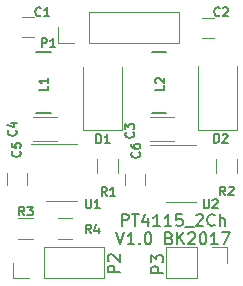
<source format=gto>
G04 #@! TF.FileFunction,Legend,Top*
%FSLAX46Y46*%
G04 Gerber Fmt 4.6, Leading zero omitted, Abs format (unit mm)*
G04 Created by KiCad (PCBNEW 4.0.2-stable) date 9/5/2017 9:47:42 PM*
%MOMM*%
G01*
G04 APERTURE LIST*
%ADD10C,0.100000*%
%ADD11C,0.150000*%
%ADD12C,0.120000*%
G04 APERTURE END LIST*
D10*
D11*
X60006357Y-68803381D02*
X60006357Y-67803381D01*
X60387310Y-67803381D01*
X60482548Y-67851000D01*
X60530167Y-67898619D01*
X60577786Y-67993857D01*
X60577786Y-68136714D01*
X60530167Y-68231952D01*
X60482548Y-68279571D01*
X60387310Y-68327190D01*
X60006357Y-68327190D01*
X60863500Y-67803381D02*
X61434929Y-67803381D01*
X61149214Y-68803381D02*
X61149214Y-67803381D01*
X62196834Y-68136714D02*
X62196834Y-68803381D01*
X61958738Y-67755762D02*
X61720643Y-68470048D01*
X62339691Y-68470048D01*
X63244453Y-68803381D02*
X62673024Y-68803381D01*
X62958738Y-68803381D02*
X62958738Y-67803381D01*
X62863500Y-67946238D01*
X62768262Y-68041476D01*
X62673024Y-68089095D01*
X64196834Y-68803381D02*
X63625405Y-68803381D01*
X63911119Y-68803381D02*
X63911119Y-67803381D01*
X63815881Y-67946238D01*
X63720643Y-68041476D01*
X63625405Y-68089095D01*
X65101596Y-67803381D02*
X64625405Y-67803381D01*
X64577786Y-68279571D01*
X64625405Y-68231952D01*
X64720643Y-68184333D01*
X64958739Y-68184333D01*
X65053977Y-68231952D01*
X65101596Y-68279571D01*
X65149215Y-68374810D01*
X65149215Y-68612905D01*
X65101596Y-68708143D01*
X65053977Y-68755762D01*
X64958739Y-68803381D01*
X64720643Y-68803381D01*
X64625405Y-68755762D01*
X64577786Y-68708143D01*
X65339691Y-68898619D02*
X66101596Y-68898619D01*
X66292072Y-67898619D02*
X66339691Y-67851000D01*
X66434929Y-67803381D01*
X66673025Y-67803381D01*
X66768263Y-67851000D01*
X66815882Y-67898619D01*
X66863501Y-67993857D01*
X66863501Y-68089095D01*
X66815882Y-68231952D01*
X66244453Y-68803381D01*
X66863501Y-68803381D01*
X67863501Y-68708143D02*
X67815882Y-68755762D01*
X67673025Y-68803381D01*
X67577787Y-68803381D01*
X67434929Y-68755762D01*
X67339691Y-68660524D01*
X67292072Y-68565286D01*
X67244453Y-68374810D01*
X67244453Y-68231952D01*
X67292072Y-68041476D01*
X67339691Y-67946238D01*
X67434929Y-67851000D01*
X67577787Y-67803381D01*
X67673025Y-67803381D01*
X67815882Y-67851000D01*
X67863501Y-67898619D01*
X68292072Y-68803381D02*
X68292072Y-67803381D01*
X68720644Y-68803381D02*
X68720644Y-68279571D01*
X68673025Y-68184333D01*
X68577787Y-68136714D01*
X68434929Y-68136714D01*
X68339691Y-68184333D01*
X68292072Y-68231952D01*
X59553976Y-69353381D02*
X59887309Y-70353381D01*
X60220643Y-69353381D01*
X61077786Y-70353381D02*
X60506357Y-70353381D01*
X60792071Y-70353381D02*
X60792071Y-69353381D01*
X60696833Y-69496238D01*
X60601595Y-69591476D01*
X60506357Y-69639095D01*
X61506357Y-70258143D02*
X61553976Y-70305762D01*
X61506357Y-70353381D01*
X61458738Y-70305762D01*
X61506357Y-70258143D01*
X61506357Y-70353381D01*
X62173023Y-69353381D02*
X62268262Y-69353381D01*
X62363500Y-69401000D01*
X62411119Y-69448619D01*
X62458738Y-69543857D01*
X62506357Y-69734333D01*
X62506357Y-69972429D01*
X62458738Y-70162905D01*
X62411119Y-70258143D01*
X62363500Y-70305762D01*
X62268262Y-70353381D01*
X62173023Y-70353381D01*
X62077785Y-70305762D01*
X62030166Y-70258143D01*
X61982547Y-70162905D01*
X61934928Y-69972429D01*
X61934928Y-69734333D01*
X61982547Y-69543857D01*
X62030166Y-69448619D01*
X62077785Y-69401000D01*
X62173023Y-69353381D01*
X64030167Y-69829571D02*
X64173024Y-69877190D01*
X64220643Y-69924810D01*
X64268262Y-70020048D01*
X64268262Y-70162905D01*
X64220643Y-70258143D01*
X64173024Y-70305762D01*
X64077786Y-70353381D01*
X63696833Y-70353381D01*
X63696833Y-69353381D01*
X64030167Y-69353381D01*
X64125405Y-69401000D01*
X64173024Y-69448619D01*
X64220643Y-69543857D01*
X64220643Y-69639095D01*
X64173024Y-69734333D01*
X64125405Y-69781952D01*
X64030167Y-69829571D01*
X63696833Y-69829571D01*
X64696833Y-70353381D02*
X64696833Y-69353381D01*
X65268262Y-70353381D02*
X64839690Y-69781952D01*
X65268262Y-69353381D02*
X64696833Y-69924810D01*
X65649214Y-69448619D02*
X65696833Y-69401000D01*
X65792071Y-69353381D01*
X66030167Y-69353381D01*
X66125405Y-69401000D01*
X66173024Y-69448619D01*
X66220643Y-69543857D01*
X66220643Y-69639095D01*
X66173024Y-69781952D01*
X65601595Y-70353381D01*
X66220643Y-70353381D01*
X66839690Y-69353381D02*
X66934929Y-69353381D01*
X67030167Y-69401000D01*
X67077786Y-69448619D01*
X67125405Y-69543857D01*
X67173024Y-69734333D01*
X67173024Y-69972429D01*
X67125405Y-70162905D01*
X67077786Y-70258143D01*
X67030167Y-70305762D01*
X66934929Y-70353381D01*
X66839690Y-70353381D01*
X66744452Y-70305762D01*
X66696833Y-70258143D01*
X66649214Y-70162905D01*
X66601595Y-69972429D01*
X66601595Y-69734333D01*
X66649214Y-69543857D01*
X66696833Y-69448619D01*
X66744452Y-69401000D01*
X66839690Y-69353381D01*
X68125405Y-70353381D02*
X67553976Y-70353381D01*
X67839690Y-70353381D02*
X67839690Y-69353381D01*
X67744452Y-69496238D01*
X67649214Y-69591476D01*
X67553976Y-69639095D01*
X68458738Y-69353381D02*
X69125405Y-69353381D01*
X68696833Y-70353381D01*
D12*
X52582600Y-51105600D02*
X51582600Y-51105600D01*
X51582600Y-52805600D02*
X52582600Y-52805600D01*
X66797200Y-52856400D02*
X67797200Y-52856400D01*
X67797200Y-51156400D02*
X66797200Y-51156400D01*
X64411000Y-59597000D02*
X62411000Y-59597000D01*
X62411000Y-61637000D02*
X64411000Y-61637000D01*
X54505000Y-59597000D02*
X52505000Y-59597000D01*
X52505000Y-61637000D02*
X54505000Y-61637000D01*
X50242000Y-64308000D02*
X50242000Y-65308000D01*
X51942000Y-65308000D02*
X51942000Y-64308000D01*
X60275000Y-64371500D02*
X60275000Y-65371500D01*
X61975000Y-65371500D02*
X61975000Y-64371500D01*
D11*
X52778000Y-59280000D02*
X53978000Y-59280000D01*
X52778000Y-54080000D02*
X53978000Y-54080000D01*
X62557000Y-59280000D02*
X63757000Y-59280000D01*
X62557000Y-54080000D02*
X63757000Y-54080000D01*
D12*
X64868000Y-53311000D02*
X64868000Y-50651000D01*
X57188000Y-53311000D02*
X64868000Y-53311000D01*
X57188000Y-50651000D02*
X64868000Y-50651000D01*
X57188000Y-53311000D02*
X57188000Y-50651000D01*
X55918000Y-53311000D02*
X54588000Y-53311000D01*
X54588000Y-53311000D02*
X54588000Y-51981000D01*
X58518000Y-73250000D02*
X58518000Y-70590000D01*
X53378000Y-73250000D02*
X58518000Y-73250000D01*
X53378000Y-70590000D02*
X58518000Y-70590000D01*
X53378000Y-73250000D02*
X53378000Y-70590000D01*
X52108000Y-73250000D02*
X50778000Y-73250000D01*
X50778000Y-73250000D02*
X50778000Y-71920000D01*
X63732000Y-70590000D02*
X63732000Y-73250000D01*
X66332000Y-70590000D02*
X63732000Y-70590000D01*
X66332000Y-73250000D02*
X63732000Y-73250000D01*
X66332000Y-70590000D02*
X66332000Y-73250000D01*
X67602000Y-70590000D02*
X68932000Y-70590000D01*
X68932000Y-70590000D02*
X68932000Y-71920000D01*
X57933600Y-64341200D02*
X57933600Y-63141200D01*
X59693600Y-63141200D02*
X59693600Y-64341200D01*
X67992000Y-64353900D02*
X67992000Y-63153900D01*
X69752000Y-63153900D02*
X69752000Y-64353900D01*
X51254000Y-68119000D02*
X52454000Y-68119000D01*
X52454000Y-69879000D02*
X51254000Y-69879000D01*
X54566200Y-68119000D02*
X55766200Y-68119000D01*
X55766200Y-69879000D02*
X54566200Y-69879000D01*
X56202000Y-66700000D02*
X53602000Y-66700000D01*
X52302000Y-61900000D02*
X56202000Y-61900000D01*
X66307000Y-66739500D02*
X63707000Y-66739500D01*
X62407000Y-61939500D02*
X66307000Y-61939500D01*
X56681000Y-60715000D02*
X59981000Y-60715000D01*
X59981000Y-60715000D02*
X59981000Y-55315000D01*
X56681000Y-60715000D02*
X56681000Y-55315000D01*
X66460000Y-60683000D02*
X69760000Y-60683000D01*
X69760000Y-60683000D02*
X69760000Y-55283000D01*
X66460000Y-60683000D02*
X66460000Y-55283000D01*
D11*
X53151400Y-50978857D02*
X53115686Y-51014571D01*
X53008543Y-51050286D01*
X52937114Y-51050286D01*
X52829971Y-51014571D01*
X52758543Y-50943143D01*
X52722828Y-50871714D01*
X52687114Y-50728857D01*
X52687114Y-50621714D01*
X52722828Y-50478857D01*
X52758543Y-50407429D01*
X52829971Y-50336000D01*
X52937114Y-50300286D01*
X53008543Y-50300286D01*
X53115686Y-50336000D01*
X53151400Y-50371714D01*
X53865686Y-51050286D02*
X53437114Y-51050286D01*
X53651400Y-51050286D02*
X53651400Y-50300286D01*
X53579971Y-50407429D01*
X53508543Y-50478857D01*
X53437114Y-50514571D01*
X68289800Y-50953457D02*
X68254086Y-50989171D01*
X68146943Y-51024886D01*
X68075514Y-51024886D01*
X67968371Y-50989171D01*
X67896943Y-50917743D01*
X67861228Y-50846314D01*
X67825514Y-50703457D01*
X67825514Y-50596314D01*
X67861228Y-50453457D01*
X67896943Y-50382029D01*
X67968371Y-50310600D01*
X68075514Y-50274886D01*
X68146943Y-50274886D01*
X68254086Y-50310600D01*
X68289800Y-50346314D01*
X68575514Y-50346314D02*
X68611228Y-50310600D01*
X68682657Y-50274886D01*
X68861228Y-50274886D01*
X68932657Y-50310600D01*
X68968371Y-50346314D01*
X69004086Y-50417743D01*
X69004086Y-50489171D01*
X68968371Y-50596314D01*
X68539800Y-51024886D01*
X69004086Y-51024886D01*
X60961057Y-60869000D02*
X60996771Y-60904714D01*
X61032486Y-61011857D01*
X61032486Y-61083286D01*
X60996771Y-61190429D01*
X60925343Y-61261857D01*
X60853914Y-61297572D01*
X60711057Y-61333286D01*
X60603914Y-61333286D01*
X60461057Y-61297572D01*
X60389629Y-61261857D01*
X60318200Y-61190429D01*
X60282486Y-61083286D01*
X60282486Y-61011857D01*
X60318200Y-60904714D01*
X60353914Y-60869000D01*
X60282486Y-60619000D02*
X60282486Y-60154714D01*
X60568200Y-60404714D01*
X60568200Y-60297572D01*
X60603914Y-60226143D01*
X60639629Y-60190429D01*
X60711057Y-60154714D01*
X60889629Y-60154714D01*
X60961057Y-60190429D01*
X60996771Y-60226143D01*
X61032486Y-60297572D01*
X61032486Y-60511857D01*
X60996771Y-60583286D01*
X60961057Y-60619000D01*
X51029657Y-60716600D02*
X51065371Y-60752314D01*
X51101086Y-60859457D01*
X51101086Y-60930886D01*
X51065371Y-61038029D01*
X50993943Y-61109457D01*
X50922514Y-61145172D01*
X50779657Y-61180886D01*
X50672514Y-61180886D01*
X50529657Y-61145172D01*
X50458229Y-61109457D01*
X50386800Y-61038029D01*
X50351086Y-60930886D01*
X50351086Y-60859457D01*
X50386800Y-60752314D01*
X50422514Y-60716600D01*
X50601086Y-60073743D02*
X51101086Y-60073743D01*
X50315371Y-60252314D02*
X50851086Y-60430886D01*
X50851086Y-59966600D01*
X51385257Y-62469200D02*
X51420971Y-62504914D01*
X51456686Y-62612057D01*
X51456686Y-62683486D01*
X51420971Y-62790629D01*
X51349543Y-62862057D01*
X51278114Y-62897772D01*
X51135257Y-62933486D01*
X51028114Y-62933486D01*
X50885257Y-62897772D01*
X50813829Y-62862057D01*
X50742400Y-62790629D01*
X50706686Y-62683486D01*
X50706686Y-62612057D01*
X50742400Y-62504914D01*
X50778114Y-62469200D01*
X50706686Y-61790629D02*
X50706686Y-62147772D01*
X51063829Y-62183486D01*
X51028114Y-62147772D01*
X50992400Y-62076343D01*
X50992400Y-61897772D01*
X51028114Y-61826343D01*
X51063829Y-61790629D01*
X51135257Y-61754914D01*
X51313829Y-61754914D01*
X51385257Y-61790629D01*
X51420971Y-61826343D01*
X51456686Y-61897772D01*
X51456686Y-62076343D01*
X51420971Y-62147772D01*
X51385257Y-62183486D01*
X61469057Y-62545400D02*
X61504771Y-62581114D01*
X61540486Y-62688257D01*
X61540486Y-62759686D01*
X61504771Y-62866829D01*
X61433343Y-62938257D01*
X61361914Y-62973972D01*
X61219057Y-63009686D01*
X61111914Y-63009686D01*
X60969057Y-62973972D01*
X60897629Y-62938257D01*
X60826200Y-62866829D01*
X60790486Y-62759686D01*
X60790486Y-62688257D01*
X60826200Y-62581114D01*
X60861914Y-62545400D01*
X60790486Y-61902543D02*
X60790486Y-62045400D01*
X60826200Y-62116829D01*
X60861914Y-62152543D01*
X60969057Y-62223972D01*
X61111914Y-62259686D01*
X61397629Y-62259686D01*
X61469057Y-62223972D01*
X61504771Y-62188257D01*
X61540486Y-62116829D01*
X61540486Y-61973972D01*
X61504771Y-61902543D01*
X61469057Y-61866829D01*
X61397629Y-61831114D01*
X61219057Y-61831114D01*
X61147629Y-61866829D01*
X61111914Y-61902543D01*
X61076200Y-61973972D01*
X61076200Y-62116829D01*
X61111914Y-62188257D01*
X61147629Y-62223972D01*
X61219057Y-62259686D01*
X53742686Y-56957400D02*
X53742686Y-57314543D01*
X52992686Y-57314543D01*
X53742686Y-56314542D02*
X53742686Y-56743114D01*
X53742686Y-56528828D02*
X52992686Y-56528828D01*
X53099829Y-56600257D01*
X53171257Y-56671685D01*
X53206971Y-56743114D01*
X63572486Y-56906600D02*
X63572486Y-57263743D01*
X62822486Y-57263743D01*
X62893914Y-56692314D02*
X62858200Y-56656600D01*
X62822486Y-56585171D01*
X62822486Y-56406600D01*
X62858200Y-56335171D01*
X62893914Y-56299457D01*
X62965343Y-56263742D01*
X63036771Y-56263742D01*
X63143914Y-56299457D01*
X63572486Y-56728028D01*
X63572486Y-56263742D01*
X53230828Y-53666486D02*
X53230828Y-52916486D01*
X53516543Y-52916486D01*
X53587971Y-52952200D01*
X53623686Y-52987914D01*
X53659400Y-53059343D01*
X53659400Y-53166486D01*
X53623686Y-53237914D01*
X53587971Y-53273629D01*
X53516543Y-53309343D01*
X53230828Y-53309343D01*
X54373686Y-53666486D02*
X53945114Y-53666486D01*
X54159400Y-53666486D02*
X54159400Y-52916486D01*
X54087971Y-53023629D01*
X54016543Y-53095057D01*
X53945114Y-53130771D01*
X59824781Y-72734295D02*
X58824781Y-72734295D01*
X58824781Y-72353342D01*
X58872400Y-72258104D01*
X58920019Y-72210485D01*
X59015257Y-72162866D01*
X59158114Y-72162866D01*
X59253352Y-72210485D01*
X59300971Y-72258104D01*
X59348590Y-72353342D01*
X59348590Y-72734295D01*
X58920019Y-71781914D02*
X58872400Y-71734295D01*
X58824781Y-71639057D01*
X58824781Y-71400961D01*
X58872400Y-71305723D01*
X58920019Y-71258104D01*
X59015257Y-71210485D01*
X59110495Y-71210485D01*
X59253352Y-71258104D01*
X59824781Y-71829533D01*
X59824781Y-71210485D01*
X63507781Y-72785095D02*
X62507781Y-72785095D01*
X62507781Y-72404142D01*
X62555400Y-72308904D01*
X62603019Y-72261285D01*
X62698257Y-72213666D01*
X62841114Y-72213666D01*
X62936352Y-72261285D01*
X62983971Y-72308904D01*
X63031590Y-72404142D01*
X63031590Y-72785095D01*
X62507781Y-71880333D02*
X62507781Y-71261285D01*
X62888733Y-71594619D01*
X62888733Y-71451761D01*
X62936352Y-71356523D01*
X62983971Y-71308904D01*
X63079210Y-71261285D01*
X63317305Y-71261285D01*
X63412543Y-71308904D01*
X63460162Y-71356523D01*
X63507781Y-71451761D01*
X63507781Y-71737476D01*
X63460162Y-71832714D01*
X63412543Y-71880333D01*
X58739400Y-66264886D02*
X58489400Y-65907743D01*
X58310828Y-66264886D02*
X58310828Y-65514886D01*
X58596543Y-65514886D01*
X58667971Y-65550600D01*
X58703686Y-65586314D01*
X58739400Y-65657743D01*
X58739400Y-65764886D01*
X58703686Y-65836314D01*
X58667971Y-65872029D01*
X58596543Y-65907743D01*
X58310828Y-65907743D01*
X59453686Y-66264886D02*
X59025114Y-66264886D01*
X59239400Y-66264886D02*
X59239400Y-65514886D01*
X59167971Y-65622029D01*
X59096543Y-65693457D01*
X59025114Y-65729171D01*
X68772400Y-66214086D02*
X68522400Y-65856943D01*
X68343828Y-66214086D02*
X68343828Y-65464086D01*
X68629543Y-65464086D01*
X68700971Y-65499800D01*
X68736686Y-65535514D01*
X68772400Y-65606943D01*
X68772400Y-65714086D01*
X68736686Y-65785514D01*
X68700971Y-65821229D01*
X68629543Y-65856943D01*
X68343828Y-65856943D01*
X69058114Y-65535514D02*
X69093828Y-65499800D01*
X69165257Y-65464086D01*
X69343828Y-65464086D01*
X69415257Y-65499800D01*
X69450971Y-65535514D01*
X69486686Y-65606943D01*
X69486686Y-65678371D01*
X69450971Y-65785514D01*
X69022400Y-66214086D01*
X69486686Y-66214086D01*
X51754400Y-67915886D02*
X51504400Y-67558743D01*
X51325828Y-67915886D02*
X51325828Y-67165886D01*
X51611543Y-67165886D01*
X51682971Y-67201600D01*
X51718686Y-67237314D01*
X51754400Y-67308743D01*
X51754400Y-67415886D01*
X51718686Y-67487314D01*
X51682971Y-67523029D01*
X51611543Y-67558743D01*
X51325828Y-67558743D01*
X52004400Y-67165886D02*
X52468686Y-67165886D01*
X52218686Y-67451600D01*
X52325828Y-67451600D01*
X52397257Y-67487314D01*
X52432971Y-67523029D01*
X52468686Y-67594457D01*
X52468686Y-67773029D01*
X52432971Y-67844457D01*
X52397257Y-67880171D01*
X52325828Y-67915886D01*
X52111543Y-67915886D01*
X52040114Y-67880171D01*
X52004400Y-67844457D01*
X57393200Y-69439886D02*
X57143200Y-69082743D01*
X56964628Y-69439886D02*
X56964628Y-68689886D01*
X57250343Y-68689886D01*
X57321771Y-68725600D01*
X57357486Y-68761314D01*
X57393200Y-68832743D01*
X57393200Y-68939886D01*
X57357486Y-69011314D01*
X57321771Y-69047029D01*
X57250343Y-69082743D01*
X56964628Y-69082743D01*
X58036057Y-68939886D02*
X58036057Y-69439886D01*
X57857486Y-68654171D02*
X57678914Y-69189886D01*
X58143200Y-69189886D01*
X56946771Y-66556286D02*
X56946771Y-67163429D01*
X56982486Y-67234857D01*
X57018200Y-67270571D01*
X57089629Y-67306286D01*
X57232486Y-67306286D01*
X57303914Y-67270571D01*
X57339629Y-67234857D01*
X57375343Y-67163429D01*
X57375343Y-66556286D01*
X58125343Y-67306286D02*
X57696771Y-67306286D01*
X57911057Y-67306286D02*
X57911057Y-66556286D01*
X57839628Y-66663429D01*
X57768200Y-66734857D01*
X57696771Y-66770571D01*
X66928971Y-66556286D02*
X66928971Y-67163429D01*
X66964686Y-67234857D01*
X67000400Y-67270571D01*
X67071829Y-67306286D01*
X67214686Y-67306286D01*
X67286114Y-67270571D01*
X67321829Y-67234857D01*
X67357543Y-67163429D01*
X67357543Y-66556286D01*
X67678971Y-66627714D02*
X67714685Y-66592000D01*
X67786114Y-66556286D01*
X67964685Y-66556286D01*
X68036114Y-66592000D01*
X68071828Y-66627714D01*
X68107543Y-66699143D01*
X68107543Y-66770571D01*
X68071828Y-66877714D01*
X67643257Y-67306286D01*
X68107543Y-67306286D01*
X57853628Y-61794486D02*
X57853628Y-61044486D01*
X58032200Y-61044486D01*
X58139343Y-61080200D01*
X58210771Y-61151629D01*
X58246486Y-61223057D01*
X58282200Y-61365914D01*
X58282200Y-61473057D01*
X58246486Y-61615914D01*
X58210771Y-61687343D01*
X58139343Y-61758771D01*
X58032200Y-61794486D01*
X57853628Y-61794486D01*
X58996486Y-61794486D02*
X58567914Y-61794486D01*
X58782200Y-61794486D02*
X58782200Y-61044486D01*
X58710771Y-61151629D01*
X58639343Y-61223057D01*
X58567914Y-61258771D01*
X67835828Y-61743686D02*
X67835828Y-60993686D01*
X68014400Y-60993686D01*
X68121543Y-61029400D01*
X68192971Y-61100829D01*
X68228686Y-61172257D01*
X68264400Y-61315114D01*
X68264400Y-61422257D01*
X68228686Y-61565114D01*
X68192971Y-61636543D01*
X68121543Y-61707971D01*
X68014400Y-61743686D01*
X67835828Y-61743686D01*
X68550114Y-61065114D02*
X68585828Y-61029400D01*
X68657257Y-60993686D01*
X68835828Y-60993686D01*
X68907257Y-61029400D01*
X68942971Y-61065114D01*
X68978686Y-61136543D01*
X68978686Y-61207971D01*
X68942971Y-61315114D01*
X68514400Y-61743686D01*
X68978686Y-61743686D01*
M02*

</source>
